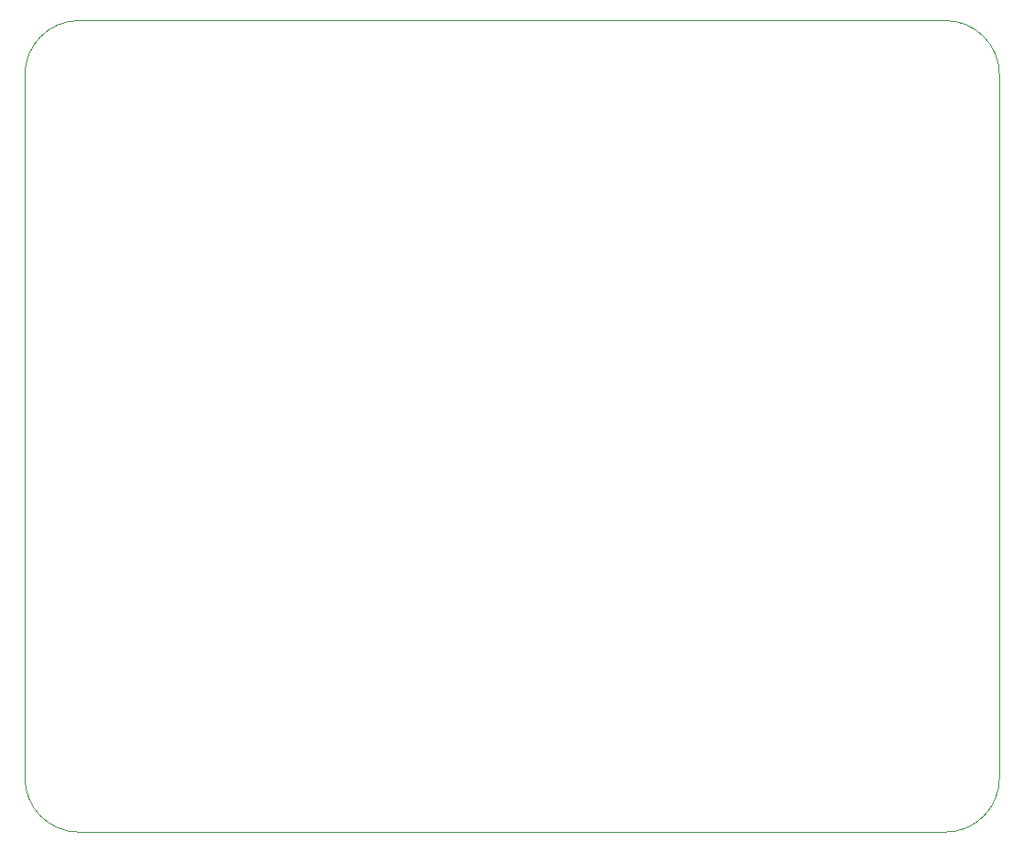
<source format=gm1>
G04*
G04 #@! TF.GenerationSoftware,Altium Limited,Altium Designer,21.1.1 (26)*
G04*
G04 Layer_Color=16776960*
%FSAX44Y44*%
%MOMM*%
G71*
G04*
G04 #@! TF.SameCoordinates,61528D9D-F366-43B7-8DC3-677D280EAED6*
G04*
G04*
G04 #@! TF.FilePolarity,Positive*
G04*
G01*
G75*
%ADD14C,0.1000*%
D14*
X00900000Y00700000D02*
G03*
X00850000Y00750000I-00050000J00000000D01*
G01*
X00050000D02*
G03*
X00000000Y00700000I00000000J-00050000D01*
G01*
X00850000Y00000000D02*
G03*
X00900000Y00050000I00000000J00050000D01*
G01*
X00000000D02*
G03*
X00050000Y00000000I00050000J00000000D01*
G01*
Y00750000D02*
X00850000D01*
X00900000Y00700000D02*
X00900000Y00050000D01*
X-00000000Y00700000D02*
X00000000Y00050000D01*
X00050000Y00000000D02*
X00850000D01*
X00900000Y00700000D02*
G03*
X00850000Y00750000I-00050000J00000000D01*
G01*
X00050000D02*
G03*
X00000000Y00700000I00000000J-00050000D01*
G01*
X00850000Y00000000D02*
G03*
X00900000Y00050000I00000000J00050000D01*
G01*
X00000000D02*
G03*
X00050000Y00000000I00050000J00000000D01*
G01*
Y00750000D02*
X00850000D01*
X00900000Y00700000D02*
X00900000Y00050000D01*
X-00000000Y00700000D02*
X00000000Y00050000D01*
X00050000Y00000000D02*
X00850000D01*
M02*

</source>
